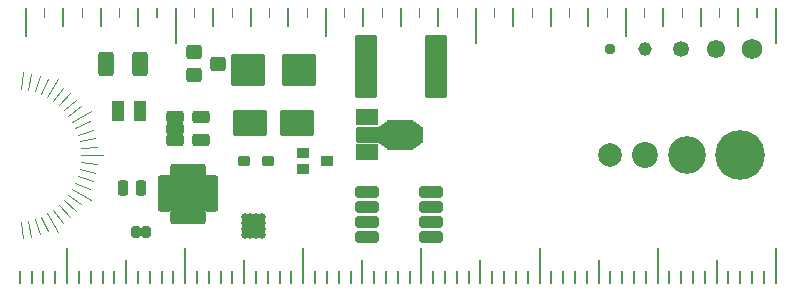
<source format=gbr>
%TF.GenerationSoftware,KiCad,Pcbnew,(6.0.5-0)*%
%TF.CreationDate,2022-12-25T00:01:24-08:00*%
%TF.ProjectId,PCBRulerSmaller,50434252-756c-4657-9253-6d616c6c6572,1.0*%
%TF.SameCoordinates,PX510ff40PY5d75c80*%
%TF.FileFunction,Soldermask,Bot*%
%TF.FilePolarity,Negative*%
%FSLAX46Y46*%
G04 Gerber Fmt 4.6, Leading zero omitted, Abs format (unit mm)*
G04 Created by KiCad (PCBNEW (6.0.5-0)) date 2022-12-25 00:01:24*
%MOMM*%
%LPD*%
G01*
G04 APERTURE LIST*
G04 Aperture macros list*
%AMRoundRect*
0 Rectangle with rounded corners*
0 $1 Rounding radius*
0 $2 $3 $4 $5 $6 $7 $8 $9 X,Y pos of 4 corners*
0 Add a 4 corners polygon primitive as box body*
4,1,4,$2,$3,$4,$5,$6,$7,$8,$9,$2,$3,0*
0 Add four circle primitives for the rounded corners*
1,1,$1+$1,$2,$3*
1,1,$1+$1,$4,$5*
1,1,$1+$1,$6,$7*
1,1,$1+$1,$8,$9*
0 Add four rect primitives between the rounded corners*
20,1,$1+$1,$2,$3,$4,$5,0*
20,1,$1+$1,$4,$5,$6,$7,0*
20,1,$1+$1,$6,$7,$8,$9,0*
20,1,$1+$1,$8,$9,$2,$3,0*%
%AMFreePoly0*
4,1,21,1.186777,0.680194,1.256366,0.624698,1.294986,0.544504,1.294986,0.455496,1.263846,0.385308,0.563846,-0.614692,0.497857,-0.674425,0.412486,-0.699610,0.400000,-0.700000,-0.400000,-0.700000,-0.486777,-0.680194,-0.556366,-0.624698,-0.563846,-0.614692,-1.263846,0.385308,-1.297384,0.467756,-1.291827,0.556591,-1.248276,0.634217,-1.175358,0.685260,-1.100000,0.700000,1.100000,0.700000,
1.186777,0.680194,1.186777,0.680194,$1*%
%AMFreePoly1*
4,1,21,1.186777,0.605194,1.256366,0.549698,1.294986,0.469504,1.294986,0.380496,1.263394,0.309663,0.663394,-0.540337,0.597170,-0.599809,0.511700,-0.624657,0.500000,-0.625000,-0.500000,-0.625000,-0.586777,-0.605194,-0.656366,-0.549698,-0.663394,-0.540337,-1.263394,0.309663,-1.297255,0.391979,-1.292048,0.480835,-1.248803,0.558632,-1.176086,0.609962,-1.100000,0.625000,1.100000,0.625000,
1.186777,0.605194,1.186777,0.605194,$1*%
G04 Aperture macros list end*
%ADD10C,0.150000*%
%ADD11C,0.120000*%
%ADD12C,0.100000*%
%ADD13C,1.150000*%
%ADD14C,1.550000*%
%ADD15C,1.350000*%
%ADD16C,0.950000*%
%ADD17C,2.200000*%
%ADD18C,3.200000*%
%ADD19C,2.000000*%
%ADD20C,1.750000*%
%ADD21C,4.200000*%
%ADD22RoundRect,0.200000X0.450000X0.850000X-0.450000X0.850000X-0.450000X-0.850000X0.450000X-0.850000X0*%
%ADD23RoundRect,0.200000X0.350000X0.650000X-0.350000X0.650000X-0.350000X-0.650000X0.350000X-0.650000X0*%
%ADD24RoundRect,0.200000X0.250000X0.450000X-0.250000X0.450000X-0.250000X-0.450000X0.250000X-0.450000X0*%
%ADD25RoundRect,0.200000X0.200000X0.300000X-0.200000X0.300000X-0.200000X-0.300000X0.200000X-0.300000X0*%
%ADD26RoundRect,0.200000X-0.750000X-0.225000X0.750000X-0.225000X0.750000X0.225000X-0.750000X0.225000X0*%
%ADD27RoundRect,0.200000X-0.300000X-0.225000X0.300000X-0.225000X0.300000X0.225000X-0.300000X0.225000X0*%
%ADD28RoundRect,0.200000X-1.250000X-0.900000X1.250000X-0.900000X1.250000X0.900000X-1.250000X0.900000X0*%
%ADD29RoundRect,0.200000X-1.250000X-1.150000X1.250000X-1.150000X1.250000X1.150000X-1.250000X1.150000X0*%
%ADD30RoundRect,0.200000X-0.450000X-0.400000X0.450000X-0.400000X0.450000X0.400000X-0.450000X0.400000X0*%
%ADD31RoundRect,0.200000X-0.530000X-0.325000X0.530000X-0.325000X0.530000X0.325000X-0.530000X0.325000X0*%
%ADD32RoundRect,0.200000X-0.775000X-0.300000X0.775000X-0.300000X0.775000X0.300000X-0.775000X0.300000X0*%
%ADD33RoundRect,0.200000X-0.400000X-0.100000X0.400000X-0.100000X0.400000X0.100000X-0.400000X0.100000X0*%
%ADD34RoundRect,0.200000X-0.100000X0.400000X-0.100000X-0.400000X0.100000X-0.400000X0.100000X0.400000X0*%
%ADD35RoundRect,0.200000X-0.600000X-0.600000X0.600000X-0.600000X0.600000X0.600000X-0.600000X0.600000X0*%
%ADD36RoundRect,0.200000X0.750000X-0.500000X0.750000X0.500000X-0.750000X0.500000X-0.750000X-0.500000X0*%
%ADD37FreePoly0,270.000000*%
%ADD38RoundRect,0.200000X0.920000X-1.100000X0.920000X1.100000X-0.920000X1.100000X-0.920000X-1.100000X0*%
%ADD39FreePoly1,90.000000*%
%ADD40RoundRect,0.200000X0.900000X-0.500000X0.900000X0.500000X-0.900000X0.500000X-0.900000X-0.500000X0*%
%ADD41RoundRect,0.200000X0.350000X-0.225000X0.350000X0.225000X-0.350000X0.225000X-0.350000X-0.225000X0*%
%ADD42C,0.650000*%
G04 APERTURE END LIST*
D10*
%TO.C,REF\u002A\u002A*%
X42500000Y-23337500D02*
X42500000Y-22337500D01*
X57500000Y-23337500D02*
X57500000Y-22337500D01*
X53500000Y-23337500D02*
X53500000Y-22337500D01*
X61500000Y-23337500D02*
X61500000Y-22337500D01*
X48500000Y-23337500D02*
X48500000Y-22337500D01*
X58500000Y-23337500D02*
X58500000Y-22337500D01*
X5500000Y-23337500D02*
X5500000Y-22337500D01*
X22500000Y-23337500D02*
X22500000Y-22337500D01*
X64500000Y-20337500D02*
X64500000Y-20337500D01*
X49500000Y-23337500D02*
X49500000Y-21337500D01*
X12500000Y-23337500D02*
X12500000Y-22337500D01*
X46500000Y-23337500D02*
X46500000Y-22337500D01*
X6500000Y-23337500D02*
X6500000Y-22337500D01*
X59500000Y-23337500D02*
X59500000Y-21337500D01*
X62500000Y-23337500D02*
X62500000Y-22337500D01*
X11500000Y-23337500D02*
X11500000Y-22337500D01*
X55500000Y-23337500D02*
X55500000Y-22337500D01*
X15500000Y-23337500D02*
X15500000Y-22337500D01*
X50500000Y-23337500D02*
X50500000Y-22337500D01*
X8500000Y-23337500D02*
X8500000Y-22337500D01*
X41500000Y-23337500D02*
X41500000Y-22337500D01*
X4500000Y-23337500D02*
X4500000Y-20337500D01*
X51500000Y-23337500D02*
X51500000Y-22337500D01*
X47500000Y-23337500D02*
X47500000Y-22337500D01*
X9500000Y-23337500D02*
X9500000Y-21337500D01*
X19500000Y-23337500D02*
X19500000Y-21337500D01*
X23500000Y-23337500D02*
X23500000Y-22337500D01*
X1500000Y-23337500D02*
X1500000Y-22337500D01*
X16500000Y-23337500D02*
X16500000Y-22337500D01*
X30500000Y-23337500D02*
X30500000Y-22337500D01*
X34500000Y-23337500D02*
X34500000Y-20337500D01*
X18500000Y-23337500D02*
X18500000Y-22337500D01*
X64500000Y-23337500D02*
X64500000Y-20337500D01*
X44500000Y-23337500D02*
X44500000Y-20337500D01*
X27500000Y-23337500D02*
X27500000Y-22337500D01*
X26500000Y-23337500D02*
X26500000Y-22337500D01*
X2500000Y-23337500D02*
X2500000Y-22337500D01*
X7500000Y-23337500D02*
X7500000Y-22337500D01*
X14500000Y-23337500D02*
X14500000Y-20337500D01*
X54500000Y-23337500D02*
X54500000Y-20337500D01*
X21500000Y-23337500D02*
X21500000Y-22337500D01*
X13500000Y-23337500D02*
X13500000Y-22337500D01*
X24500000Y-23337500D02*
X24500000Y-20337500D01*
X28500000Y-23337500D02*
X28500000Y-22337500D01*
X3500000Y-23337500D02*
X3500000Y-22337500D01*
X56500000Y-23337500D02*
X56500000Y-22337500D01*
X37500000Y-23337500D02*
X37500000Y-22337500D01*
X17500000Y-23337500D02*
X17500000Y-22337500D01*
X25500000Y-23337500D02*
X25500000Y-22337500D01*
X40500000Y-23337500D02*
X40500000Y-22337500D01*
X36500000Y-23337500D02*
X36500000Y-22337500D01*
X45500000Y-23337500D02*
X45500000Y-22337500D01*
X10500000Y-23337500D02*
X10500000Y-22337500D01*
X33500000Y-23337500D02*
X33500000Y-22337500D01*
X39500000Y-23337500D02*
X39500000Y-21337500D01*
X20500000Y-23337500D02*
X20500000Y-22337500D01*
X31500000Y-23337500D02*
X31500000Y-22337500D01*
X32500000Y-23337500D02*
X32500000Y-22337500D01*
X43500000Y-23337500D02*
X43500000Y-22337500D01*
X38500000Y-23337500D02*
X38500000Y-22337500D01*
X63500000Y-23337500D02*
X63500000Y-22337500D01*
X35500000Y-23337500D02*
X35500000Y-22337500D01*
X52500000Y-23337500D02*
X52500000Y-22337500D01*
X29500000Y-23337500D02*
X29500000Y-21337500D01*
X60500000Y-23337500D02*
X60500000Y-22337500D01*
X500000Y-23337500D02*
X500000Y-22337500D01*
D11*
X50212500Y0D02*
X50212500Y-793750D01*
D10*
X61325000Y0D02*
X61325000Y-1587500D01*
X4175000Y0D02*
X4175000Y-1587500D01*
D11*
X24812500Y0D02*
X24812500Y-793750D01*
D10*
X39100000Y0D02*
X39100000Y-3000000D01*
D11*
X31162500Y0D02*
X31162500Y-793750D01*
D10*
X45450000Y0D02*
X45450000Y-1587500D01*
X29575000Y0D02*
X29575000Y-1587500D01*
X35925000Y0D02*
X35925000Y-1587500D01*
X48625000Y0D02*
X48625000Y-1587500D01*
X26400000Y0D02*
X26400000Y-2381250D01*
X16875000Y0D02*
X16875000Y-1587500D01*
X10525000Y0D02*
X10525000Y-1587500D01*
D11*
X43862500Y0D02*
X43862500Y-793750D01*
X27987500Y0D02*
X27987500Y-793750D01*
D10*
X58150000Y0D02*
X58150000Y-1587500D01*
X23225000Y0D02*
X23225000Y-1587500D01*
X13700000Y0D02*
X13700000Y-3000000D01*
X42275000Y0D02*
X42275000Y-1587500D01*
X1000000Y0D02*
X1000000Y-2381250D01*
X7350000Y0D02*
X7350000Y-1587500D01*
X20050000Y0D02*
X20050000Y-1587500D01*
D11*
X59737500Y0D02*
X59737500Y-793750D01*
X2587500Y0D02*
X2587500Y-793750D01*
X37512500Y0D02*
X37512500Y-793750D01*
X21637500Y0D02*
X21637500Y-793750D01*
X18462500Y0D02*
X18462500Y-793750D01*
D10*
X51800000Y0D02*
X51800000Y-2381250D01*
D11*
X34337500Y0D02*
X34337500Y-793750D01*
X47037500Y0D02*
X47037500Y-793750D01*
X8937500Y0D02*
X8937500Y-793750D01*
D10*
X62912500Y0D02*
X62912500Y-793750D01*
D11*
X5762500Y0D02*
X5762500Y-793750D01*
X56562500Y0D02*
X56562500Y-793750D01*
D10*
X64500000Y0D02*
X64500000Y-3000000D01*
X12112500Y0D02*
X12112500Y-793750D01*
D11*
X40687500Y0D02*
X40687500Y-793750D01*
X53387500Y0D02*
X53387500Y-793750D01*
X15287500Y0D02*
X15287500Y-793750D01*
D10*
X54975000Y0D02*
X54975000Y-1587500D01*
X32750000Y0D02*
X32750000Y-1587500D01*
D12*
X1181312Y-6949174D02*
X1464823Y-5615337D01*
X3339708Y-7910137D02*
X4141232Y-6806931D01*
X3801919Y-8284415D02*
X4714345Y-7271041D01*
X593960Y-6856141D02*
X736484Y-5499957D01*
X2840935Y-7586217D02*
X3750027Y-6011641D01*
X1755773Y-7103090D02*
X2177188Y-5806212D01*
X2311054Y-7316216D02*
X2865630Y-6070473D01*
X4222436Y-8704953D02*
X5235824Y-7792500D01*
X5557691Y-13688158D02*
X6891528Y-13971667D01*
X4920621Y-15347717D02*
X6495224Y-16256809D01*
X5403749Y-10751047D02*
X6700652Y-10329656D01*
X1755773Y-17910595D02*
X2177188Y-19207428D01*
X5650717Y-13100741D02*
X7006882Y-13243265D01*
X593960Y-18157543D02*
X736484Y-19513707D01*
X5190623Y-14817835D02*
X6436366Y-15372476D01*
X4920621Y-9665910D02*
X6495224Y-8756818D01*
X1181312Y-18064473D02*
X1464823Y-19398316D01*
X5557691Y-11325533D02*
X6891528Y-11042023D01*
X4596708Y-15846489D02*
X5699901Y-16648077D01*
X3339708Y-17103554D02*
X4141232Y-18206740D01*
X5650717Y-11912950D02*
X7006882Y-11770361D01*
X2840935Y-17427409D02*
X3750027Y-19002043D01*
X4222436Y-16308700D02*
X5235824Y-17221191D01*
X5681839Y-12506846D02*
X7500028Y-12506846D01*
X4596708Y-9167125D02*
X5699901Y-8365619D01*
X3801919Y-16729282D02*
X4714345Y-17742605D01*
X2311054Y-17697448D02*
X2865630Y-18943161D01*
X5190623Y-10195810D02*
X6436366Y-9641183D01*
X5403749Y-14262618D02*
X6700652Y-14683969D01*
%TD*%
D13*
%TO.C,REF\u002A\u002A*%
X53450000Y-3500000D03*
D14*
X59450000Y-3500000D03*
D15*
X56450000Y-3500000D03*
D16*
X50450000Y-3500000D03*
D17*
X53450000Y-12500000D03*
D18*
X56950000Y-12500000D03*
D19*
X50450000Y-12500000D03*
D20*
X62450000Y-3500000D03*
D21*
X61450000Y-12500000D03*
%TD*%
D22*
%TO.C,1206*%
X10700000Y-4750000D03*
X7800000Y-4750000D03*
%TD*%
D23*
%TO.C,0805*%
X10700000Y-8750000D03*
X8800000Y-8750000D03*
%TD*%
D24*
%TO.C,0603*%
X9250000Y-15250000D03*
X10750000Y-15250000D03*
%TD*%
D25*
%TO.C,0402*%
X10300000Y-19000000D03*
X11200000Y-19000000D03*
%TD*%
D26*
%TO.C,TSSOP*%
X29800000Y-7275000D03*
X29800000Y-6625000D03*
X29800000Y-5975000D03*
X29800000Y-5325000D03*
X29800000Y-4675000D03*
X29800000Y-4025000D03*
X29800000Y-3375000D03*
X29800000Y-2725000D03*
X35700000Y-2725000D03*
X35700000Y-3375000D03*
X35700000Y-4025000D03*
X35700000Y-4675000D03*
X35700000Y-5325000D03*
X35700000Y-5975000D03*
X35700000Y-6625000D03*
X35700000Y-7275000D03*
%TD*%
D27*
%TO.C,SOD323*%
X19450000Y-13000000D03*
X21550000Y-13000000D03*
%TD*%
D28*
%TO.C,SMA*%
X20000000Y-9750000D03*
X24000000Y-9750000D03*
%TD*%
D29*
%TO.C,SMB*%
X19850000Y-5250000D03*
X24150000Y-5250000D03*
%TD*%
D30*
%TO.C,SOT23*%
X17250000Y-4750000D03*
X15250000Y-3800000D03*
X15250000Y-5700000D03*
%TD*%
D31*
%TO.C,SOT23-5*%
X15850000Y-11200000D03*
X15850000Y-9300000D03*
X13650000Y-9300000D03*
X13650000Y-10250000D03*
X13650000Y-11200000D03*
%TD*%
D32*
%TO.C,SOIC8*%
X29925000Y-19405000D03*
X29925000Y-18135000D03*
X29925000Y-16865000D03*
X29925000Y-15595000D03*
X35325000Y-15595000D03*
X35325000Y-16865000D03*
X35325000Y-18135000D03*
X35325000Y-19405000D03*
%TD*%
D33*
%TO.C,QFN28*%
X12800000Y-16950000D03*
X12800000Y-16550000D03*
X12800000Y-16150000D03*
X12800000Y-15750000D03*
X12800000Y-15350000D03*
X12800000Y-14950000D03*
X12800000Y-14550000D03*
D34*
X13550000Y-13800000D03*
X13950000Y-13800000D03*
X14350000Y-13800000D03*
X14750000Y-13800000D03*
X15150000Y-13800000D03*
X15550000Y-13800000D03*
X15950000Y-13800000D03*
D33*
X16700000Y-14550000D03*
X16700000Y-14950000D03*
X16700000Y-15350000D03*
X16700000Y-15750000D03*
X16700000Y-16150000D03*
X16700000Y-16550000D03*
X16700000Y-16950000D03*
D34*
X15950000Y-17700000D03*
X15550000Y-17700000D03*
X15150000Y-17700000D03*
X14750000Y-17700000D03*
X14350000Y-17700000D03*
X13950000Y-17700000D03*
X13550000Y-17700000D03*
D35*
X14150000Y-15150000D03*
X15350000Y-16350000D03*
X15350000Y-15150000D03*
X14150000Y-16350000D03*
%TD*%
D36*
%TO.C,SOT89*%
X29895000Y-12250000D03*
D37*
X31298800Y-10750000D03*
D38*
X32708500Y-10750000D03*
D39*
X34042000Y-10750000D03*
D40*
X30041500Y-10750000D03*
D36*
X29895000Y-9250000D03*
%TD*%
D41*
%TO.C,SC70/*%
X24500000Y-13650000D03*
X24500000Y-12350000D03*
X26500000Y-13000000D03*
%TD*%
D42*
%TO.C,BGA16*%
X19525000Y-19250000D03*
X20025000Y-19250000D03*
X20525000Y-19250000D03*
X21025000Y-19250000D03*
X19525000Y-18750000D03*
X20025000Y-18750000D03*
X20525000Y-18750000D03*
X21025000Y-18750000D03*
X19525000Y-18250000D03*
X20025000Y-18250000D03*
X20525000Y-18250000D03*
X21025000Y-18250000D03*
X19525000Y-17750000D03*
X20025000Y-17750000D03*
X20525000Y-17750000D03*
X21025000Y-17750000D03*
%TD*%
M02*

</source>
